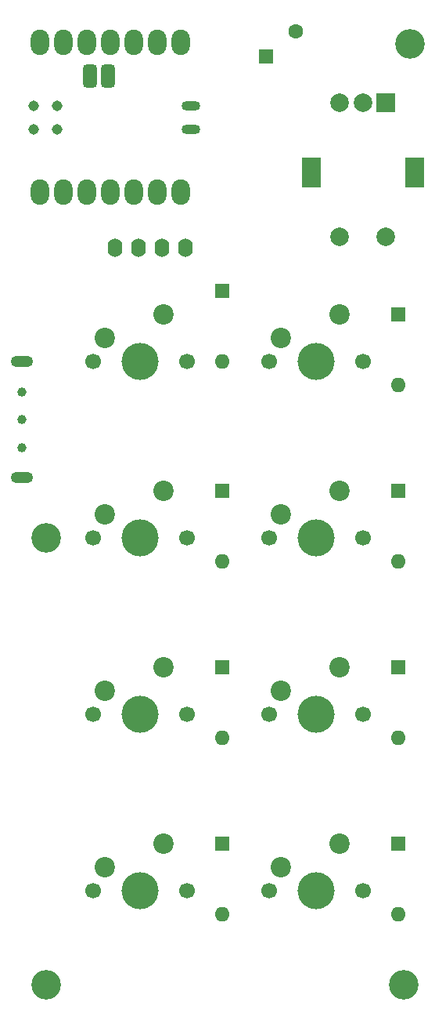
<source format=gbr>
%TF.GenerationSoftware,KiCad,Pcbnew,(6.0.9)*%
%TF.CreationDate,2023-04-09T12:51:12-04:00*%
%TF.ProjectId,MainPad,4d61696e-5061-4642-9e6b-696361645f70,rev?*%
%TF.SameCoordinates,Original*%
%TF.FileFunction,Soldermask,Bot*%
%TF.FilePolarity,Negative*%
%FSLAX46Y46*%
G04 Gerber Fmt 4.6, Leading zero omitted, Abs format (unit mm)*
G04 Created by KiCad (PCBNEW (6.0.9)) date 2023-04-09 12:51:12*
%MOMM*%
%LPD*%
G01*
G04 APERTURE LIST*
G04 Aperture macros list*
%AMRoundRect*
0 Rectangle with rounded corners*
0 $1 Rounding radius*
0 $2 $3 $4 $5 $6 $7 $8 $9 X,Y pos of 4 corners*
0 Add a 4 corners polygon primitive as box body*
4,1,4,$2,$3,$4,$5,$6,$7,$8,$9,$2,$3,0*
0 Add four circle primitives for the rounded corners*
1,1,$1+$1,$2,$3*
1,1,$1+$1,$4,$5*
1,1,$1+$1,$6,$7*
1,1,$1+$1,$8,$9*
0 Add four rect primitives between the rounded corners*
20,1,$1+$1,$2,$3,$4,$5,0*
20,1,$1+$1,$4,$5,$6,$7,0*
20,1,$1+$1,$6,$7,$8,$9,0*
20,1,$1+$1,$8,$9,$2,$3,0*%
G04 Aperture macros list end*
%ADD10O,1.998980X2.748280*%
%ADD11O,2.032000X1.016000*%
%ADD12C,1.143000*%
%ADD13RoundRect,0.375000X-0.375000X0.875000X-0.375000X-0.875000X0.375000X-0.875000X0.375000X0.875000X0*%
%ADD14C,3.200000*%
%ADD15C,1.008000*%
%ADD16O,2.416000X1.208000*%
%ADD17R,1.600000X1.600000*%
%ADD18O,1.600000X1.600000*%
%ADD19C,4.000000*%
%ADD20C,1.700000*%
%ADD21C,2.200000*%
%ADD22O,1.600000X2.000000*%
%ADD23R,2.000000X2.000000*%
%ADD24C,2.000000*%
%ADD25R,2.000000X3.200000*%
%ADD26C,1.600000*%
G04 APERTURE END LIST*
D10*
%TO.C,U1*%
X122540480Y-30318720D03*
X125080480Y-30318720D03*
X127620480Y-30318720D03*
X130160480Y-30318720D03*
X132700480Y-30318720D03*
X135240480Y-30318720D03*
X137780480Y-30318720D03*
X137780480Y-46483280D03*
X135240480Y-46483280D03*
X132700480Y-46483280D03*
X130160480Y-46483280D03*
X127620480Y-46483280D03*
X125080480Y-46483280D03*
X122540480Y-46483280D03*
D11*
X138858300Y-37185600D03*
X138858300Y-39735600D03*
D12*
X121854113Y-37184403D03*
X121854113Y-39724403D03*
X124394113Y-37184403D03*
X124394113Y-39724403D03*
D13*
X127958300Y-33930600D03*
X129863300Y-33930600D03*
%TD*%
D14*
%TO.C,Hole1*%
X123190000Y-83820000D03*
%TD*%
%TO.C,Hole2*%
X123190000Y-132080000D03*
%TD*%
%TO.C,Hole3*%
X161925000Y-132080000D03*
%TD*%
%TO.C,Hole4*%
X162560000Y-30480000D03*
%TD*%
D15*
%TO.C,PoweSwitch1*%
X120530000Y-68070000D03*
X120530000Y-71070000D03*
X120530000Y-74070000D03*
D16*
X120530000Y-64770000D03*
X120530000Y-77270000D03*
%TD*%
D17*
%TO.C,U9*%
X161290000Y-116840000D03*
D18*
X161290000Y-124460000D03*
%TD*%
D17*
%TO.C,U8*%
X142240000Y-116840000D03*
D18*
X142240000Y-124460000D03*
%TD*%
D17*
%TO.C,U7*%
X161290000Y-97790000D03*
D18*
X161290000Y-105410000D03*
%TD*%
D17*
%TO.C,U6*%
X142240000Y-97790000D03*
D18*
X142240000Y-105410000D03*
%TD*%
D17*
%TO.C,U5*%
X161290000Y-78740000D03*
D18*
X161290000Y-86360000D03*
%TD*%
D17*
%TO.C,U4*%
X142240000Y-78740000D03*
D18*
X142240000Y-86360000D03*
%TD*%
D17*
%TO.C,U3*%
X161290000Y-59690000D03*
D18*
X161290000Y-67310000D03*
%TD*%
D17*
%TO.C,U2*%
X142240000Y-57150000D03*
D18*
X142240000Y-64770000D03*
%TD*%
D19*
%TO.C,SW8*%
X152400000Y-121920000D03*
D20*
X147320000Y-121920000D03*
X157480000Y-121920000D03*
D21*
X154940000Y-116840000D03*
X148590000Y-119380000D03*
%TD*%
D19*
%TO.C,SW7*%
X133350000Y-121920000D03*
D20*
X128270000Y-121920000D03*
X138430000Y-121920000D03*
D21*
X135890000Y-116840000D03*
X129540000Y-119380000D03*
%TD*%
D19*
%TO.C,SW6*%
X152400000Y-102870000D03*
D20*
X147320000Y-102870000D03*
X157480000Y-102870000D03*
D21*
X154940000Y-97790000D03*
X148590000Y-100330000D03*
%TD*%
D19*
%TO.C,SW5*%
X133350000Y-102870000D03*
D20*
X128270000Y-102870000D03*
X138430000Y-102870000D03*
D21*
X135890000Y-97790000D03*
X129540000Y-100330000D03*
%TD*%
D19*
%TO.C,SW4*%
X152400000Y-83820000D03*
D20*
X147320000Y-83820000D03*
X157480000Y-83820000D03*
D21*
X154940000Y-78740000D03*
X148590000Y-81280000D03*
%TD*%
D19*
%TO.C,SW3*%
X133350000Y-83820000D03*
D20*
X128270000Y-83820000D03*
X138430000Y-83820000D03*
D21*
X135890000Y-78740000D03*
X129540000Y-81280000D03*
%TD*%
D19*
%TO.C,SW2*%
X152400000Y-64770000D03*
D20*
X147320000Y-64770000D03*
X157480000Y-64770000D03*
D21*
X154940000Y-59690000D03*
X148590000Y-62230000D03*
%TD*%
D19*
%TO.C,SW1*%
X133350000Y-64770000D03*
D20*
X128270000Y-64770000D03*
X138430000Y-64770000D03*
D21*
X135890000Y-59690000D03*
X129540000Y-62230000D03*
%TD*%
D22*
%TO.C,Screen1*%
X130620000Y-52510000D03*
X133160000Y-52510000D03*
X138240000Y-52510000D03*
X135700000Y-52510000D03*
%TD*%
D23*
%TO.C,Knob1*%
X159980000Y-36830000D03*
D24*
X154980000Y-36830000D03*
X157480000Y-36830000D03*
D25*
X151880000Y-44330000D03*
X163080000Y-44330000D03*
D24*
X154980000Y-51330000D03*
X159980000Y-51330000D03*
%TD*%
D17*
%TO.C,BT1*%
X146965000Y-31805000D03*
D26*
X150215000Y-29155000D03*
%TD*%
M02*

</source>
